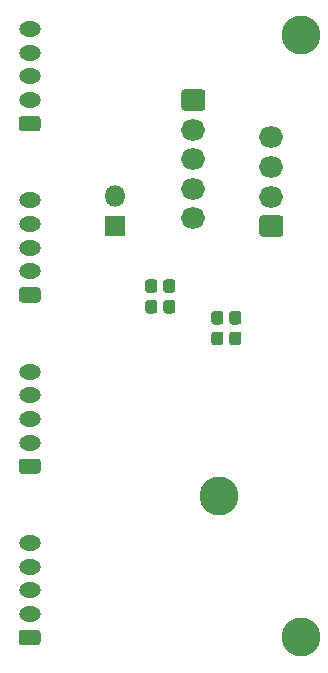
<source format=gbs>
%TF.GenerationSoftware,KiCad,Pcbnew,(5.1.6)-1*%
%TF.CreationDate,2020-11-23T19:09:11+09:00*%
%TF.ProjectId,HARP-Motor-Ctrl-Board,48415250-2d4d-46f7-946f-722d4374726c,rev?*%
%TF.SameCoordinates,Original*%
%TF.FileFunction,Soldermask,Bot*%
%TF.FilePolarity,Negative*%
%FSLAX46Y46*%
G04 Gerber Fmt 4.6, Leading zero omitted, Abs format (unit mm)*
G04 Created by KiCad (PCBNEW (5.1.6)-1) date 2020-11-23 19:09:11*
%MOMM*%
%LPD*%
G01*
G04 APERTURE LIST*
%ADD10C,3.300000*%
%ADD11O,1.850000X1.300000*%
%ADD12O,2.050000X1.800000*%
%ADD13R,1.800000X1.800000*%
%ADD14O,1.800000X1.800000*%
G04 APERTURE END LIST*
D10*
%TO.C,REF\u002A\u002A*%
X88000000Y-97000000D03*
%TD*%
%TO.C,REF\u002A\u002A*%
X95000000Y-109000000D03*
%TD*%
%TO.C,REF\u002A\u002A*%
X95000000Y-58000000D03*
%TD*%
%TO.C,C1*%
G36*
G01*
X82558500Y-81573000D02*
X82033500Y-81573000D01*
G75*
G02*
X81771000Y-81310500I0J262500D01*
G01*
X81771000Y-80685500D01*
G75*
G02*
X82033500Y-80423000I262500J0D01*
G01*
X82558500Y-80423000D01*
G75*
G02*
X82821000Y-80685500I0J-262500D01*
G01*
X82821000Y-81310500D01*
G75*
G02*
X82558500Y-81573000I-262500J0D01*
G01*
G37*
G36*
G01*
X82558500Y-79823000D02*
X82033500Y-79823000D01*
G75*
G02*
X81771000Y-79560500I0J262500D01*
G01*
X81771000Y-78935500D01*
G75*
G02*
X82033500Y-78673000I262500J0D01*
G01*
X82558500Y-78673000D01*
G75*
G02*
X82821000Y-78935500I0J-262500D01*
G01*
X82821000Y-79560500D01*
G75*
G02*
X82558500Y-79823000I-262500J0D01*
G01*
G37*
%TD*%
%TO.C,C2*%
G36*
G01*
X84082500Y-79823000D02*
X83557500Y-79823000D01*
G75*
G02*
X83295000Y-79560500I0J262500D01*
G01*
X83295000Y-78935500D01*
G75*
G02*
X83557500Y-78673000I262500J0D01*
G01*
X84082500Y-78673000D01*
G75*
G02*
X84345000Y-78935500I0J-262500D01*
G01*
X84345000Y-79560500D01*
G75*
G02*
X84082500Y-79823000I-262500J0D01*
G01*
G37*
G36*
G01*
X84082500Y-81573000D02*
X83557500Y-81573000D01*
G75*
G02*
X83295000Y-81310500I0J262500D01*
G01*
X83295000Y-80685500D01*
G75*
G02*
X83557500Y-80423000I262500J0D01*
G01*
X84082500Y-80423000D01*
G75*
G02*
X84345000Y-80685500I0J-262500D01*
G01*
X84345000Y-81310500D01*
G75*
G02*
X84082500Y-81573000I-262500J0D01*
G01*
G37*
%TD*%
%TO.C,C4*%
G36*
G01*
X89145500Y-81354000D02*
X89670500Y-81354000D01*
G75*
G02*
X89933000Y-81616500I0J-262500D01*
G01*
X89933000Y-82241500D01*
G75*
G02*
X89670500Y-82504000I-262500J0D01*
G01*
X89145500Y-82504000D01*
G75*
G02*
X88883000Y-82241500I0J262500D01*
G01*
X88883000Y-81616500D01*
G75*
G02*
X89145500Y-81354000I262500J0D01*
G01*
G37*
G36*
G01*
X89145500Y-83104000D02*
X89670500Y-83104000D01*
G75*
G02*
X89933000Y-83366500I0J-262500D01*
G01*
X89933000Y-83991500D01*
G75*
G02*
X89670500Y-84254000I-262500J0D01*
G01*
X89145500Y-84254000D01*
G75*
G02*
X88883000Y-83991500I0J262500D01*
G01*
X88883000Y-83366500D01*
G75*
G02*
X89145500Y-83104000I262500J0D01*
G01*
G37*
%TD*%
%TO.C,C5*%
G36*
G01*
X87621500Y-83104000D02*
X88146500Y-83104000D01*
G75*
G02*
X88409000Y-83366500I0J-262500D01*
G01*
X88409000Y-83991500D01*
G75*
G02*
X88146500Y-84254000I-262500J0D01*
G01*
X87621500Y-84254000D01*
G75*
G02*
X87359000Y-83991500I0J262500D01*
G01*
X87359000Y-83366500D01*
G75*
G02*
X87621500Y-83104000I262500J0D01*
G01*
G37*
G36*
G01*
X87621500Y-81354000D02*
X88146500Y-81354000D01*
G75*
G02*
X88409000Y-81616500I0J-262500D01*
G01*
X88409000Y-82241500D01*
G75*
G02*
X88146500Y-82504000I-262500J0D01*
G01*
X87621500Y-82504000D01*
G75*
G02*
X87359000Y-82241500I0J262500D01*
G01*
X87359000Y-81616500D01*
G75*
G02*
X87621500Y-81354000I262500J0D01*
G01*
G37*
%TD*%
D11*
%TO.C,J1*%
X72000000Y-57500000D03*
X72000000Y-59500000D03*
X72000000Y-61500000D03*
X72000000Y-63500000D03*
G36*
G01*
X72654168Y-66150000D02*
X71345832Y-66150000D01*
G75*
G02*
X71075000Y-65879168I0J270832D01*
G01*
X71075000Y-65120832D01*
G75*
G02*
X71345832Y-64850000I270832J0D01*
G01*
X72654168Y-64850000D01*
G75*
G02*
X72925000Y-65120832I0J-270832D01*
G01*
X72925000Y-65879168D01*
G75*
G02*
X72654168Y-66150000I-270832J0D01*
G01*
G37*
%TD*%
%TO.C,J2*%
G36*
G01*
X93216294Y-75068000D02*
X91695706Y-75068000D01*
G75*
G02*
X91431000Y-74803294I0J264706D01*
G01*
X91431000Y-73532706D01*
G75*
G02*
X91695706Y-73268000I264706J0D01*
G01*
X93216294Y-73268000D01*
G75*
G02*
X93481000Y-73532706I0J-264706D01*
G01*
X93481000Y-74803294D01*
G75*
G02*
X93216294Y-75068000I-264706J0D01*
G01*
G37*
D12*
X92456000Y-71668000D03*
X92456000Y-69168000D03*
X92456000Y-66668000D03*
%TD*%
D13*
%TO.C,J3*%
X79248000Y-74168000D03*
D14*
X79248000Y-71628000D03*
%TD*%
%TO.C,J4*%
G36*
G01*
X72654168Y-80650000D02*
X71345832Y-80650000D01*
G75*
G02*
X71075000Y-80379168I0J270832D01*
G01*
X71075000Y-79620832D01*
G75*
G02*
X71345832Y-79350000I270832J0D01*
G01*
X72654168Y-79350000D01*
G75*
G02*
X72925000Y-79620832I0J-270832D01*
G01*
X72925000Y-80379168D01*
G75*
G02*
X72654168Y-80650000I-270832J0D01*
G01*
G37*
D11*
X72000000Y-78000000D03*
X72000000Y-76000000D03*
X72000000Y-74000000D03*
X72000000Y-72000000D03*
%TD*%
%TO.C,J5*%
G36*
G01*
X85091706Y-62600000D02*
X86612294Y-62600000D01*
G75*
G02*
X86877000Y-62864706I0J-264706D01*
G01*
X86877000Y-64135294D01*
G75*
G02*
X86612294Y-64400000I-264706J0D01*
G01*
X85091706Y-64400000D01*
G75*
G02*
X84827000Y-64135294I0J264706D01*
G01*
X84827000Y-62864706D01*
G75*
G02*
X85091706Y-62600000I264706J0D01*
G01*
G37*
D12*
X85852000Y-66000000D03*
X85852000Y-68500000D03*
X85852000Y-71000000D03*
X85852000Y-73500000D03*
%TD*%
D11*
%TO.C,J6*%
X72000000Y-86500000D03*
X72000000Y-88500000D03*
X72000000Y-90500000D03*
X72000000Y-92500000D03*
G36*
G01*
X72654168Y-95150000D02*
X71345832Y-95150000D01*
G75*
G02*
X71075000Y-94879168I0J270832D01*
G01*
X71075000Y-94120832D01*
G75*
G02*
X71345832Y-93850000I270832J0D01*
G01*
X72654168Y-93850000D01*
G75*
G02*
X72925000Y-94120832I0J-270832D01*
G01*
X72925000Y-94879168D01*
G75*
G02*
X72654168Y-95150000I-270832J0D01*
G01*
G37*
%TD*%
%TO.C,J7*%
G36*
G01*
X72654168Y-109650000D02*
X71345832Y-109650000D01*
G75*
G02*
X71075000Y-109379168I0J270832D01*
G01*
X71075000Y-108620832D01*
G75*
G02*
X71345832Y-108350000I270832J0D01*
G01*
X72654168Y-108350000D01*
G75*
G02*
X72925000Y-108620832I0J-270832D01*
G01*
X72925000Y-109379168D01*
G75*
G02*
X72654168Y-109650000I-270832J0D01*
G01*
G37*
X72000000Y-107000000D03*
X72000000Y-105000000D03*
X72000000Y-103000000D03*
X72000000Y-101000000D03*
%TD*%
M02*

</source>
